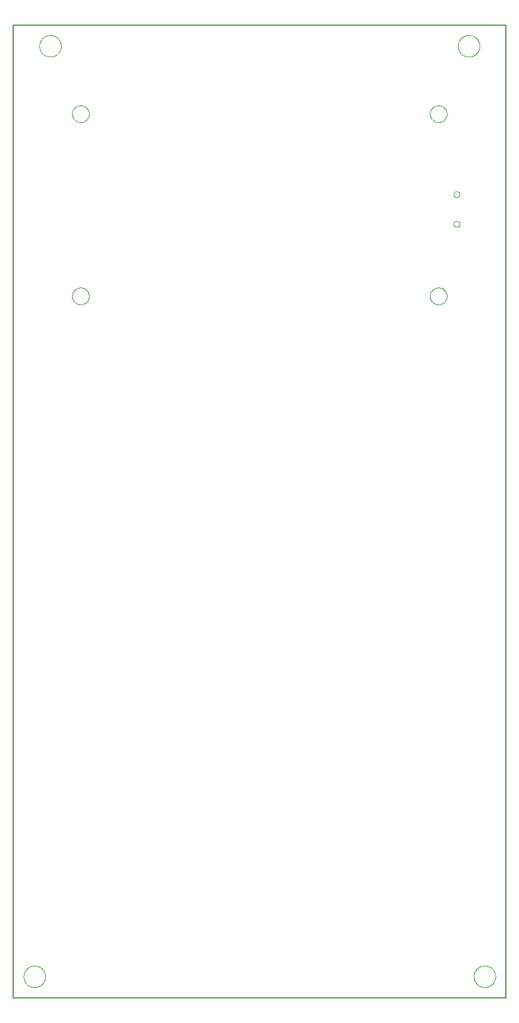
<source format=gko>
G75*
%MOIN*%
%OFA0B0*%
%FSLAX25Y25*%
%IPPOS*%
%LPD*%
%AMOC8*
5,1,8,0,0,1.08239X$1,22.5*
%
%ADD10C,0.00800*%
%ADD11C,0.00000*%
D10*
X0098178Y0001400D02*
X0098178Y0568900D01*
X0385678Y0568900D01*
X0385678Y0001400D01*
X0098178Y0001400D01*
D11*
X0104379Y0013900D02*
X0104381Y0014058D01*
X0104387Y0014216D01*
X0104397Y0014374D01*
X0104411Y0014532D01*
X0104429Y0014689D01*
X0104450Y0014846D01*
X0104476Y0015002D01*
X0104506Y0015158D01*
X0104539Y0015313D01*
X0104577Y0015466D01*
X0104618Y0015619D01*
X0104663Y0015771D01*
X0104712Y0015922D01*
X0104765Y0016071D01*
X0104821Y0016219D01*
X0104881Y0016365D01*
X0104945Y0016510D01*
X0105013Y0016653D01*
X0105084Y0016795D01*
X0105158Y0016935D01*
X0105236Y0017072D01*
X0105318Y0017208D01*
X0105402Y0017342D01*
X0105491Y0017473D01*
X0105582Y0017602D01*
X0105677Y0017729D01*
X0105774Y0017854D01*
X0105875Y0017976D01*
X0105979Y0018095D01*
X0106086Y0018212D01*
X0106196Y0018326D01*
X0106309Y0018437D01*
X0106424Y0018546D01*
X0106542Y0018651D01*
X0106663Y0018753D01*
X0106786Y0018853D01*
X0106912Y0018949D01*
X0107040Y0019042D01*
X0107170Y0019132D01*
X0107303Y0019218D01*
X0107438Y0019302D01*
X0107574Y0019381D01*
X0107713Y0019458D01*
X0107854Y0019530D01*
X0107996Y0019600D01*
X0108140Y0019665D01*
X0108286Y0019727D01*
X0108433Y0019785D01*
X0108582Y0019840D01*
X0108732Y0019891D01*
X0108883Y0019938D01*
X0109035Y0019981D01*
X0109188Y0020020D01*
X0109343Y0020056D01*
X0109498Y0020087D01*
X0109654Y0020115D01*
X0109810Y0020139D01*
X0109967Y0020159D01*
X0110125Y0020175D01*
X0110282Y0020187D01*
X0110441Y0020195D01*
X0110599Y0020199D01*
X0110757Y0020199D01*
X0110915Y0020195D01*
X0111074Y0020187D01*
X0111231Y0020175D01*
X0111389Y0020159D01*
X0111546Y0020139D01*
X0111702Y0020115D01*
X0111858Y0020087D01*
X0112013Y0020056D01*
X0112168Y0020020D01*
X0112321Y0019981D01*
X0112473Y0019938D01*
X0112624Y0019891D01*
X0112774Y0019840D01*
X0112923Y0019785D01*
X0113070Y0019727D01*
X0113216Y0019665D01*
X0113360Y0019600D01*
X0113502Y0019530D01*
X0113643Y0019458D01*
X0113782Y0019381D01*
X0113918Y0019302D01*
X0114053Y0019218D01*
X0114186Y0019132D01*
X0114316Y0019042D01*
X0114444Y0018949D01*
X0114570Y0018853D01*
X0114693Y0018753D01*
X0114814Y0018651D01*
X0114932Y0018546D01*
X0115047Y0018437D01*
X0115160Y0018326D01*
X0115270Y0018212D01*
X0115377Y0018095D01*
X0115481Y0017976D01*
X0115582Y0017854D01*
X0115679Y0017729D01*
X0115774Y0017602D01*
X0115865Y0017473D01*
X0115954Y0017342D01*
X0116038Y0017208D01*
X0116120Y0017072D01*
X0116198Y0016935D01*
X0116272Y0016795D01*
X0116343Y0016653D01*
X0116411Y0016510D01*
X0116475Y0016365D01*
X0116535Y0016219D01*
X0116591Y0016071D01*
X0116644Y0015922D01*
X0116693Y0015771D01*
X0116738Y0015619D01*
X0116779Y0015466D01*
X0116817Y0015313D01*
X0116850Y0015158D01*
X0116880Y0015002D01*
X0116906Y0014846D01*
X0116927Y0014689D01*
X0116945Y0014532D01*
X0116959Y0014374D01*
X0116969Y0014216D01*
X0116975Y0014058D01*
X0116977Y0013900D01*
X0116975Y0013742D01*
X0116969Y0013584D01*
X0116959Y0013426D01*
X0116945Y0013268D01*
X0116927Y0013111D01*
X0116906Y0012954D01*
X0116880Y0012798D01*
X0116850Y0012642D01*
X0116817Y0012487D01*
X0116779Y0012334D01*
X0116738Y0012181D01*
X0116693Y0012029D01*
X0116644Y0011878D01*
X0116591Y0011729D01*
X0116535Y0011581D01*
X0116475Y0011435D01*
X0116411Y0011290D01*
X0116343Y0011147D01*
X0116272Y0011005D01*
X0116198Y0010865D01*
X0116120Y0010728D01*
X0116038Y0010592D01*
X0115954Y0010458D01*
X0115865Y0010327D01*
X0115774Y0010198D01*
X0115679Y0010071D01*
X0115582Y0009946D01*
X0115481Y0009824D01*
X0115377Y0009705D01*
X0115270Y0009588D01*
X0115160Y0009474D01*
X0115047Y0009363D01*
X0114932Y0009254D01*
X0114814Y0009149D01*
X0114693Y0009047D01*
X0114570Y0008947D01*
X0114444Y0008851D01*
X0114316Y0008758D01*
X0114186Y0008668D01*
X0114053Y0008582D01*
X0113918Y0008498D01*
X0113782Y0008419D01*
X0113643Y0008342D01*
X0113502Y0008270D01*
X0113360Y0008200D01*
X0113216Y0008135D01*
X0113070Y0008073D01*
X0112923Y0008015D01*
X0112774Y0007960D01*
X0112624Y0007909D01*
X0112473Y0007862D01*
X0112321Y0007819D01*
X0112168Y0007780D01*
X0112013Y0007744D01*
X0111858Y0007713D01*
X0111702Y0007685D01*
X0111546Y0007661D01*
X0111389Y0007641D01*
X0111231Y0007625D01*
X0111074Y0007613D01*
X0110915Y0007605D01*
X0110757Y0007601D01*
X0110599Y0007601D01*
X0110441Y0007605D01*
X0110282Y0007613D01*
X0110125Y0007625D01*
X0109967Y0007641D01*
X0109810Y0007661D01*
X0109654Y0007685D01*
X0109498Y0007713D01*
X0109343Y0007744D01*
X0109188Y0007780D01*
X0109035Y0007819D01*
X0108883Y0007862D01*
X0108732Y0007909D01*
X0108582Y0007960D01*
X0108433Y0008015D01*
X0108286Y0008073D01*
X0108140Y0008135D01*
X0107996Y0008200D01*
X0107854Y0008270D01*
X0107713Y0008342D01*
X0107574Y0008419D01*
X0107438Y0008498D01*
X0107303Y0008582D01*
X0107170Y0008668D01*
X0107040Y0008758D01*
X0106912Y0008851D01*
X0106786Y0008947D01*
X0106663Y0009047D01*
X0106542Y0009149D01*
X0106424Y0009254D01*
X0106309Y0009363D01*
X0106196Y0009474D01*
X0106086Y0009588D01*
X0105979Y0009705D01*
X0105875Y0009824D01*
X0105774Y0009946D01*
X0105677Y0010071D01*
X0105582Y0010198D01*
X0105491Y0010327D01*
X0105402Y0010458D01*
X0105318Y0010592D01*
X0105236Y0010728D01*
X0105158Y0010865D01*
X0105084Y0011005D01*
X0105013Y0011147D01*
X0104945Y0011290D01*
X0104881Y0011435D01*
X0104821Y0011581D01*
X0104765Y0011729D01*
X0104712Y0011878D01*
X0104663Y0012029D01*
X0104618Y0012181D01*
X0104577Y0012334D01*
X0104539Y0012487D01*
X0104506Y0012642D01*
X0104476Y0012798D01*
X0104450Y0012954D01*
X0104429Y0013111D01*
X0104411Y0013268D01*
X0104397Y0013426D01*
X0104387Y0013584D01*
X0104381Y0013742D01*
X0104379Y0013900D01*
X0132657Y0410750D02*
X0132659Y0410890D01*
X0132665Y0411030D01*
X0132675Y0411169D01*
X0132689Y0411308D01*
X0132707Y0411447D01*
X0132728Y0411585D01*
X0132754Y0411723D01*
X0132784Y0411860D01*
X0132817Y0411995D01*
X0132855Y0412130D01*
X0132896Y0412264D01*
X0132941Y0412397D01*
X0132989Y0412528D01*
X0133042Y0412657D01*
X0133098Y0412786D01*
X0133157Y0412912D01*
X0133221Y0413037D01*
X0133287Y0413160D01*
X0133358Y0413281D01*
X0133431Y0413400D01*
X0133508Y0413517D01*
X0133589Y0413631D01*
X0133672Y0413743D01*
X0133759Y0413853D01*
X0133849Y0413961D01*
X0133941Y0414065D01*
X0134037Y0414167D01*
X0134136Y0414267D01*
X0134237Y0414363D01*
X0134341Y0414457D01*
X0134448Y0414547D01*
X0134557Y0414634D01*
X0134669Y0414719D01*
X0134783Y0414800D01*
X0134899Y0414878D01*
X0135017Y0414952D01*
X0135138Y0415023D01*
X0135260Y0415091D01*
X0135385Y0415155D01*
X0135511Y0415216D01*
X0135638Y0415273D01*
X0135768Y0415326D01*
X0135899Y0415376D01*
X0136031Y0415421D01*
X0136164Y0415464D01*
X0136299Y0415502D01*
X0136434Y0415536D01*
X0136571Y0415567D01*
X0136708Y0415594D01*
X0136846Y0415616D01*
X0136985Y0415635D01*
X0137124Y0415650D01*
X0137263Y0415661D01*
X0137403Y0415668D01*
X0137543Y0415671D01*
X0137683Y0415670D01*
X0137823Y0415665D01*
X0137962Y0415656D01*
X0138102Y0415643D01*
X0138241Y0415626D01*
X0138379Y0415605D01*
X0138517Y0415581D01*
X0138654Y0415552D01*
X0138790Y0415520D01*
X0138925Y0415483D01*
X0139059Y0415443D01*
X0139192Y0415399D01*
X0139323Y0415351D01*
X0139453Y0415300D01*
X0139582Y0415245D01*
X0139709Y0415186D01*
X0139834Y0415123D01*
X0139957Y0415058D01*
X0140079Y0414988D01*
X0140198Y0414915D01*
X0140316Y0414839D01*
X0140431Y0414760D01*
X0140544Y0414677D01*
X0140654Y0414591D01*
X0140762Y0414502D01*
X0140867Y0414410D01*
X0140970Y0414315D01*
X0141070Y0414217D01*
X0141167Y0414117D01*
X0141261Y0414013D01*
X0141353Y0413907D01*
X0141441Y0413799D01*
X0141526Y0413688D01*
X0141608Y0413574D01*
X0141687Y0413458D01*
X0141762Y0413341D01*
X0141834Y0413221D01*
X0141902Y0413099D01*
X0141967Y0412975D01*
X0142029Y0412849D01*
X0142087Y0412722D01*
X0142141Y0412593D01*
X0142192Y0412462D01*
X0142238Y0412330D01*
X0142281Y0412197D01*
X0142321Y0412063D01*
X0142356Y0411928D01*
X0142388Y0411791D01*
X0142415Y0411654D01*
X0142439Y0411516D01*
X0142459Y0411378D01*
X0142475Y0411239D01*
X0142487Y0411099D01*
X0142495Y0410960D01*
X0142499Y0410820D01*
X0142499Y0410680D01*
X0142495Y0410540D01*
X0142487Y0410401D01*
X0142475Y0410261D01*
X0142459Y0410122D01*
X0142439Y0409984D01*
X0142415Y0409846D01*
X0142388Y0409709D01*
X0142356Y0409572D01*
X0142321Y0409437D01*
X0142281Y0409303D01*
X0142238Y0409170D01*
X0142192Y0409038D01*
X0142141Y0408907D01*
X0142087Y0408778D01*
X0142029Y0408651D01*
X0141967Y0408525D01*
X0141902Y0408401D01*
X0141834Y0408279D01*
X0141762Y0408159D01*
X0141687Y0408042D01*
X0141608Y0407926D01*
X0141526Y0407812D01*
X0141441Y0407701D01*
X0141353Y0407593D01*
X0141261Y0407487D01*
X0141167Y0407383D01*
X0141070Y0407283D01*
X0140970Y0407185D01*
X0140867Y0407090D01*
X0140762Y0406998D01*
X0140654Y0406909D01*
X0140544Y0406823D01*
X0140431Y0406740D01*
X0140316Y0406661D01*
X0140198Y0406585D01*
X0140079Y0406512D01*
X0139957Y0406442D01*
X0139834Y0406377D01*
X0139709Y0406314D01*
X0139582Y0406255D01*
X0139453Y0406200D01*
X0139323Y0406149D01*
X0139192Y0406101D01*
X0139059Y0406057D01*
X0138925Y0406017D01*
X0138790Y0405980D01*
X0138654Y0405948D01*
X0138517Y0405919D01*
X0138379Y0405895D01*
X0138241Y0405874D01*
X0138102Y0405857D01*
X0137962Y0405844D01*
X0137823Y0405835D01*
X0137683Y0405830D01*
X0137543Y0405829D01*
X0137403Y0405832D01*
X0137263Y0405839D01*
X0137124Y0405850D01*
X0136985Y0405865D01*
X0136846Y0405884D01*
X0136708Y0405906D01*
X0136571Y0405933D01*
X0136434Y0405964D01*
X0136299Y0405998D01*
X0136164Y0406036D01*
X0136031Y0406079D01*
X0135899Y0406124D01*
X0135768Y0406174D01*
X0135638Y0406227D01*
X0135511Y0406284D01*
X0135385Y0406345D01*
X0135260Y0406409D01*
X0135138Y0406477D01*
X0135017Y0406548D01*
X0134899Y0406622D01*
X0134783Y0406700D01*
X0134669Y0406781D01*
X0134557Y0406866D01*
X0134448Y0406953D01*
X0134341Y0407043D01*
X0134237Y0407137D01*
X0134136Y0407233D01*
X0134037Y0407333D01*
X0133941Y0407435D01*
X0133849Y0407539D01*
X0133759Y0407647D01*
X0133672Y0407757D01*
X0133589Y0407869D01*
X0133508Y0407983D01*
X0133431Y0408100D01*
X0133358Y0408219D01*
X0133287Y0408340D01*
X0133221Y0408463D01*
X0133157Y0408588D01*
X0133098Y0408714D01*
X0133042Y0408843D01*
X0132989Y0408972D01*
X0132941Y0409103D01*
X0132896Y0409236D01*
X0132855Y0409370D01*
X0132817Y0409505D01*
X0132784Y0409640D01*
X0132754Y0409777D01*
X0132728Y0409915D01*
X0132707Y0410053D01*
X0132689Y0410192D01*
X0132675Y0410331D01*
X0132665Y0410470D01*
X0132659Y0410610D01*
X0132657Y0410750D01*
X0132657Y0517050D02*
X0132659Y0517190D01*
X0132665Y0517330D01*
X0132675Y0517469D01*
X0132689Y0517608D01*
X0132707Y0517747D01*
X0132728Y0517885D01*
X0132754Y0518023D01*
X0132784Y0518160D01*
X0132817Y0518295D01*
X0132855Y0518430D01*
X0132896Y0518564D01*
X0132941Y0518697D01*
X0132989Y0518828D01*
X0133042Y0518957D01*
X0133098Y0519086D01*
X0133157Y0519212D01*
X0133221Y0519337D01*
X0133287Y0519460D01*
X0133358Y0519581D01*
X0133431Y0519700D01*
X0133508Y0519817D01*
X0133589Y0519931D01*
X0133672Y0520043D01*
X0133759Y0520153D01*
X0133849Y0520261D01*
X0133941Y0520365D01*
X0134037Y0520467D01*
X0134136Y0520567D01*
X0134237Y0520663D01*
X0134341Y0520757D01*
X0134448Y0520847D01*
X0134557Y0520934D01*
X0134669Y0521019D01*
X0134783Y0521100D01*
X0134899Y0521178D01*
X0135017Y0521252D01*
X0135138Y0521323D01*
X0135260Y0521391D01*
X0135385Y0521455D01*
X0135511Y0521516D01*
X0135638Y0521573D01*
X0135768Y0521626D01*
X0135899Y0521676D01*
X0136031Y0521721D01*
X0136164Y0521764D01*
X0136299Y0521802D01*
X0136434Y0521836D01*
X0136571Y0521867D01*
X0136708Y0521894D01*
X0136846Y0521916D01*
X0136985Y0521935D01*
X0137124Y0521950D01*
X0137263Y0521961D01*
X0137403Y0521968D01*
X0137543Y0521971D01*
X0137683Y0521970D01*
X0137823Y0521965D01*
X0137962Y0521956D01*
X0138102Y0521943D01*
X0138241Y0521926D01*
X0138379Y0521905D01*
X0138517Y0521881D01*
X0138654Y0521852D01*
X0138790Y0521820D01*
X0138925Y0521783D01*
X0139059Y0521743D01*
X0139192Y0521699D01*
X0139323Y0521651D01*
X0139453Y0521600D01*
X0139582Y0521545D01*
X0139709Y0521486D01*
X0139834Y0521423D01*
X0139957Y0521358D01*
X0140079Y0521288D01*
X0140198Y0521215D01*
X0140316Y0521139D01*
X0140431Y0521060D01*
X0140544Y0520977D01*
X0140654Y0520891D01*
X0140762Y0520802D01*
X0140867Y0520710D01*
X0140970Y0520615D01*
X0141070Y0520517D01*
X0141167Y0520417D01*
X0141261Y0520313D01*
X0141353Y0520207D01*
X0141441Y0520099D01*
X0141526Y0519988D01*
X0141608Y0519874D01*
X0141687Y0519758D01*
X0141762Y0519641D01*
X0141834Y0519521D01*
X0141902Y0519399D01*
X0141967Y0519275D01*
X0142029Y0519149D01*
X0142087Y0519022D01*
X0142141Y0518893D01*
X0142192Y0518762D01*
X0142238Y0518630D01*
X0142281Y0518497D01*
X0142321Y0518363D01*
X0142356Y0518228D01*
X0142388Y0518091D01*
X0142415Y0517954D01*
X0142439Y0517816D01*
X0142459Y0517678D01*
X0142475Y0517539D01*
X0142487Y0517399D01*
X0142495Y0517260D01*
X0142499Y0517120D01*
X0142499Y0516980D01*
X0142495Y0516840D01*
X0142487Y0516701D01*
X0142475Y0516561D01*
X0142459Y0516422D01*
X0142439Y0516284D01*
X0142415Y0516146D01*
X0142388Y0516009D01*
X0142356Y0515872D01*
X0142321Y0515737D01*
X0142281Y0515603D01*
X0142238Y0515470D01*
X0142192Y0515338D01*
X0142141Y0515207D01*
X0142087Y0515078D01*
X0142029Y0514951D01*
X0141967Y0514825D01*
X0141902Y0514701D01*
X0141834Y0514579D01*
X0141762Y0514459D01*
X0141687Y0514342D01*
X0141608Y0514226D01*
X0141526Y0514112D01*
X0141441Y0514001D01*
X0141353Y0513893D01*
X0141261Y0513787D01*
X0141167Y0513683D01*
X0141070Y0513583D01*
X0140970Y0513485D01*
X0140867Y0513390D01*
X0140762Y0513298D01*
X0140654Y0513209D01*
X0140544Y0513123D01*
X0140431Y0513040D01*
X0140316Y0512961D01*
X0140198Y0512885D01*
X0140079Y0512812D01*
X0139957Y0512742D01*
X0139834Y0512677D01*
X0139709Y0512614D01*
X0139582Y0512555D01*
X0139453Y0512500D01*
X0139323Y0512449D01*
X0139192Y0512401D01*
X0139059Y0512357D01*
X0138925Y0512317D01*
X0138790Y0512280D01*
X0138654Y0512248D01*
X0138517Y0512219D01*
X0138379Y0512195D01*
X0138241Y0512174D01*
X0138102Y0512157D01*
X0137962Y0512144D01*
X0137823Y0512135D01*
X0137683Y0512130D01*
X0137543Y0512129D01*
X0137403Y0512132D01*
X0137263Y0512139D01*
X0137124Y0512150D01*
X0136985Y0512165D01*
X0136846Y0512184D01*
X0136708Y0512206D01*
X0136571Y0512233D01*
X0136434Y0512264D01*
X0136299Y0512298D01*
X0136164Y0512336D01*
X0136031Y0512379D01*
X0135899Y0512424D01*
X0135768Y0512474D01*
X0135638Y0512527D01*
X0135511Y0512584D01*
X0135385Y0512645D01*
X0135260Y0512709D01*
X0135138Y0512777D01*
X0135017Y0512848D01*
X0134899Y0512922D01*
X0134783Y0513000D01*
X0134669Y0513081D01*
X0134557Y0513166D01*
X0134448Y0513253D01*
X0134341Y0513343D01*
X0134237Y0513437D01*
X0134136Y0513533D01*
X0134037Y0513633D01*
X0133941Y0513735D01*
X0133849Y0513839D01*
X0133759Y0513947D01*
X0133672Y0514057D01*
X0133589Y0514169D01*
X0133508Y0514283D01*
X0133431Y0514400D01*
X0133358Y0514519D01*
X0133287Y0514640D01*
X0133221Y0514763D01*
X0133157Y0514888D01*
X0133098Y0515014D01*
X0133042Y0515143D01*
X0132989Y0515272D01*
X0132941Y0515403D01*
X0132896Y0515536D01*
X0132855Y0515670D01*
X0132817Y0515805D01*
X0132784Y0515940D01*
X0132754Y0516077D01*
X0132728Y0516215D01*
X0132707Y0516353D01*
X0132689Y0516492D01*
X0132675Y0516631D01*
X0132665Y0516770D01*
X0132659Y0516910D01*
X0132657Y0517050D01*
X0113582Y0556646D02*
X0113584Y0556804D01*
X0113590Y0556962D01*
X0113600Y0557120D01*
X0113614Y0557278D01*
X0113632Y0557435D01*
X0113653Y0557592D01*
X0113679Y0557748D01*
X0113709Y0557904D01*
X0113742Y0558059D01*
X0113780Y0558212D01*
X0113821Y0558365D01*
X0113866Y0558517D01*
X0113915Y0558668D01*
X0113968Y0558817D01*
X0114024Y0558965D01*
X0114084Y0559111D01*
X0114148Y0559256D01*
X0114216Y0559399D01*
X0114287Y0559541D01*
X0114361Y0559681D01*
X0114439Y0559818D01*
X0114521Y0559954D01*
X0114605Y0560088D01*
X0114694Y0560219D01*
X0114785Y0560348D01*
X0114880Y0560475D01*
X0114977Y0560600D01*
X0115078Y0560722D01*
X0115182Y0560841D01*
X0115289Y0560958D01*
X0115399Y0561072D01*
X0115512Y0561183D01*
X0115627Y0561292D01*
X0115745Y0561397D01*
X0115866Y0561499D01*
X0115989Y0561599D01*
X0116115Y0561695D01*
X0116243Y0561788D01*
X0116373Y0561878D01*
X0116506Y0561964D01*
X0116641Y0562048D01*
X0116777Y0562127D01*
X0116916Y0562204D01*
X0117057Y0562276D01*
X0117199Y0562346D01*
X0117343Y0562411D01*
X0117489Y0562473D01*
X0117636Y0562531D01*
X0117785Y0562586D01*
X0117935Y0562637D01*
X0118086Y0562684D01*
X0118238Y0562727D01*
X0118391Y0562766D01*
X0118546Y0562802D01*
X0118701Y0562833D01*
X0118857Y0562861D01*
X0119013Y0562885D01*
X0119170Y0562905D01*
X0119328Y0562921D01*
X0119485Y0562933D01*
X0119644Y0562941D01*
X0119802Y0562945D01*
X0119960Y0562945D01*
X0120118Y0562941D01*
X0120277Y0562933D01*
X0120434Y0562921D01*
X0120592Y0562905D01*
X0120749Y0562885D01*
X0120905Y0562861D01*
X0121061Y0562833D01*
X0121216Y0562802D01*
X0121371Y0562766D01*
X0121524Y0562727D01*
X0121676Y0562684D01*
X0121827Y0562637D01*
X0121977Y0562586D01*
X0122126Y0562531D01*
X0122273Y0562473D01*
X0122419Y0562411D01*
X0122563Y0562346D01*
X0122705Y0562276D01*
X0122846Y0562204D01*
X0122985Y0562127D01*
X0123121Y0562048D01*
X0123256Y0561964D01*
X0123389Y0561878D01*
X0123519Y0561788D01*
X0123647Y0561695D01*
X0123773Y0561599D01*
X0123896Y0561499D01*
X0124017Y0561397D01*
X0124135Y0561292D01*
X0124250Y0561183D01*
X0124363Y0561072D01*
X0124473Y0560958D01*
X0124580Y0560841D01*
X0124684Y0560722D01*
X0124785Y0560600D01*
X0124882Y0560475D01*
X0124977Y0560348D01*
X0125068Y0560219D01*
X0125157Y0560088D01*
X0125241Y0559954D01*
X0125323Y0559818D01*
X0125401Y0559681D01*
X0125475Y0559541D01*
X0125546Y0559399D01*
X0125614Y0559256D01*
X0125678Y0559111D01*
X0125738Y0558965D01*
X0125794Y0558817D01*
X0125847Y0558668D01*
X0125896Y0558517D01*
X0125941Y0558365D01*
X0125982Y0558212D01*
X0126020Y0558059D01*
X0126053Y0557904D01*
X0126083Y0557748D01*
X0126109Y0557592D01*
X0126130Y0557435D01*
X0126148Y0557278D01*
X0126162Y0557120D01*
X0126172Y0556962D01*
X0126178Y0556804D01*
X0126180Y0556646D01*
X0126178Y0556488D01*
X0126172Y0556330D01*
X0126162Y0556172D01*
X0126148Y0556014D01*
X0126130Y0555857D01*
X0126109Y0555700D01*
X0126083Y0555544D01*
X0126053Y0555388D01*
X0126020Y0555233D01*
X0125982Y0555080D01*
X0125941Y0554927D01*
X0125896Y0554775D01*
X0125847Y0554624D01*
X0125794Y0554475D01*
X0125738Y0554327D01*
X0125678Y0554181D01*
X0125614Y0554036D01*
X0125546Y0553893D01*
X0125475Y0553751D01*
X0125401Y0553611D01*
X0125323Y0553474D01*
X0125241Y0553338D01*
X0125157Y0553204D01*
X0125068Y0553073D01*
X0124977Y0552944D01*
X0124882Y0552817D01*
X0124785Y0552692D01*
X0124684Y0552570D01*
X0124580Y0552451D01*
X0124473Y0552334D01*
X0124363Y0552220D01*
X0124250Y0552109D01*
X0124135Y0552000D01*
X0124017Y0551895D01*
X0123896Y0551793D01*
X0123773Y0551693D01*
X0123647Y0551597D01*
X0123519Y0551504D01*
X0123389Y0551414D01*
X0123256Y0551328D01*
X0123121Y0551244D01*
X0122985Y0551165D01*
X0122846Y0551088D01*
X0122705Y0551016D01*
X0122563Y0550946D01*
X0122419Y0550881D01*
X0122273Y0550819D01*
X0122126Y0550761D01*
X0121977Y0550706D01*
X0121827Y0550655D01*
X0121676Y0550608D01*
X0121524Y0550565D01*
X0121371Y0550526D01*
X0121216Y0550490D01*
X0121061Y0550459D01*
X0120905Y0550431D01*
X0120749Y0550407D01*
X0120592Y0550387D01*
X0120434Y0550371D01*
X0120277Y0550359D01*
X0120118Y0550351D01*
X0119960Y0550347D01*
X0119802Y0550347D01*
X0119644Y0550351D01*
X0119485Y0550359D01*
X0119328Y0550371D01*
X0119170Y0550387D01*
X0119013Y0550407D01*
X0118857Y0550431D01*
X0118701Y0550459D01*
X0118546Y0550490D01*
X0118391Y0550526D01*
X0118238Y0550565D01*
X0118086Y0550608D01*
X0117935Y0550655D01*
X0117785Y0550706D01*
X0117636Y0550761D01*
X0117489Y0550819D01*
X0117343Y0550881D01*
X0117199Y0550946D01*
X0117057Y0551016D01*
X0116916Y0551088D01*
X0116777Y0551165D01*
X0116641Y0551244D01*
X0116506Y0551328D01*
X0116373Y0551414D01*
X0116243Y0551504D01*
X0116115Y0551597D01*
X0115989Y0551693D01*
X0115866Y0551793D01*
X0115745Y0551895D01*
X0115627Y0552000D01*
X0115512Y0552109D01*
X0115399Y0552220D01*
X0115289Y0552334D01*
X0115182Y0552451D01*
X0115078Y0552570D01*
X0114977Y0552692D01*
X0114880Y0552817D01*
X0114785Y0552944D01*
X0114694Y0553073D01*
X0114605Y0553204D01*
X0114521Y0553338D01*
X0114439Y0553474D01*
X0114361Y0553611D01*
X0114287Y0553751D01*
X0114216Y0553893D01*
X0114148Y0554036D01*
X0114084Y0554181D01*
X0114024Y0554327D01*
X0113968Y0554475D01*
X0113915Y0554624D01*
X0113866Y0554775D01*
X0113821Y0554927D01*
X0113780Y0555080D01*
X0113742Y0555233D01*
X0113709Y0555388D01*
X0113679Y0555544D01*
X0113653Y0555700D01*
X0113632Y0555857D01*
X0113614Y0556014D01*
X0113600Y0556172D01*
X0113590Y0556330D01*
X0113584Y0556488D01*
X0113582Y0556646D01*
X0341318Y0517050D02*
X0341320Y0517190D01*
X0341326Y0517330D01*
X0341336Y0517469D01*
X0341350Y0517608D01*
X0341368Y0517747D01*
X0341389Y0517885D01*
X0341415Y0518023D01*
X0341445Y0518160D01*
X0341478Y0518295D01*
X0341516Y0518430D01*
X0341557Y0518564D01*
X0341602Y0518697D01*
X0341650Y0518828D01*
X0341703Y0518957D01*
X0341759Y0519086D01*
X0341818Y0519212D01*
X0341882Y0519337D01*
X0341948Y0519460D01*
X0342019Y0519581D01*
X0342092Y0519700D01*
X0342169Y0519817D01*
X0342250Y0519931D01*
X0342333Y0520043D01*
X0342420Y0520153D01*
X0342510Y0520261D01*
X0342602Y0520365D01*
X0342698Y0520467D01*
X0342797Y0520567D01*
X0342898Y0520663D01*
X0343002Y0520757D01*
X0343109Y0520847D01*
X0343218Y0520934D01*
X0343330Y0521019D01*
X0343444Y0521100D01*
X0343560Y0521178D01*
X0343678Y0521252D01*
X0343799Y0521323D01*
X0343921Y0521391D01*
X0344046Y0521455D01*
X0344172Y0521516D01*
X0344299Y0521573D01*
X0344429Y0521626D01*
X0344560Y0521676D01*
X0344692Y0521721D01*
X0344825Y0521764D01*
X0344960Y0521802D01*
X0345095Y0521836D01*
X0345232Y0521867D01*
X0345369Y0521894D01*
X0345507Y0521916D01*
X0345646Y0521935D01*
X0345785Y0521950D01*
X0345924Y0521961D01*
X0346064Y0521968D01*
X0346204Y0521971D01*
X0346344Y0521970D01*
X0346484Y0521965D01*
X0346623Y0521956D01*
X0346763Y0521943D01*
X0346902Y0521926D01*
X0347040Y0521905D01*
X0347178Y0521881D01*
X0347315Y0521852D01*
X0347451Y0521820D01*
X0347586Y0521783D01*
X0347720Y0521743D01*
X0347853Y0521699D01*
X0347984Y0521651D01*
X0348114Y0521600D01*
X0348243Y0521545D01*
X0348370Y0521486D01*
X0348495Y0521423D01*
X0348618Y0521358D01*
X0348740Y0521288D01*
X0348859Y0521215D01*
X0348977Y0521139D01*
X0349092Y0521060D01*
X0349205Y0520977D01*
X0349315Y0520891D01*
X0349423Y0520802D01*
X0349528Y0520710D01*
X0349631Y0520615D01*
X0349731Y0520517D01*
X0349828Y0520417D01*
X0349922Y0520313D01*
X0350014Y0520207D01*
X0350102Y0520099D01*
X0350187Y0519988D01*
X0350269Y0519874D01*
X0350348Y0519758D01*
X0350423Y0519641D01*
X0350495Y0519521D01*
X0350563Y0519399D01*
X0350628Y0519275D01*
X0350690Y0519149D01*
X0350748Y0519022D01*
X0350802Y0518893D01*
X0350853Y0518762D01*
X0350899Y0518630D01*
X0350942Y0518497D01*
X0350982Y0518363D01*
X0351017Y0518228D01*
X0351049Y0518091D01*
X0351076Y0517954D01*
X0351100Y0517816D01*
X0351120Y0517678D01*
X0351136Y0517539D01*
X0351148Y0517399D01*
X0351156Y0517260D01*
X0351160Y0517120D01*
X0351160Y0516980D01*
X0351156Y0516840D01*
X0351148Y0516701D01*
X0351136Y0516561D01*
X0351120Y0516422D01*
X0351100Y0516284D01*
X0351076Y0516146D01*
X0351049Y0516009D01*
X0351017Y0515872D01*
X0350982Y0515737D01*
X0350942Y0515603D01*
X0350899Y0515470D01*
X0350853Y0515338D01*
X0350802Y0515207D01*
X0350748Y0515078D01*
X0350690Y0514951D01*
X0350628Y0514825D01*
X0350563Y0514701D01*
X0350495Y0514579D01*
X0350423Y0514459D01*
X0350348Y0514342D01*
X0350269Y0514226D01*
X0350187Y0514112D01*
X0350102Y0514001D01*
X0350014Y0513893D01*
X0349922Y0513787D01*
X0349828Y0513683D01*
X0349731Y0513583D01*
X0349631Y0513485D01*
X0349528Y0513390D01*
X0349423Y0513298D01*
X0349315Y0513209D01*
X0349205Y0513123D01*
X0349092Y0513040D01*
X0348977Y0512961D01*
X0348859Y0512885D01*
X0348740Y0512812D01*
X0348618Y0512742D01*
X0348495Y0512677D01*
X0348370Y0512614D01*
X0348243Y0512555D01*
X0348114Y0512500D01*
X0347984Y0512449D01*
X0347853Y0512401D01*
X0347720Y0512357D01*
X0347586Y0512317D01*
X0347451Y0512280D01*
X0347315Y0512248D01*
X0347178Y0512219D01*
X0347040Y0512195D01*
X0346902Y0512174D01*
X0346763Y0512157D01*
X0346623Y0512144D01*
X0346484Y0512135D01*
X0346344Y0512130D01*
X0346204Y0512129D01*
X0346064Y0512132D01*
X0345924Y0512139D01*
X0345785Y0512150D01*
X0345646Y0512165D01*
X0345507Y0512184D01*
X0345369Y0512206D01*
X0345232Y0512233D01*
X0345095Y0512264D01*
X0344960Y0512298D01*
X0344825Y0512336D01*
X0344692Y0512379D01*
X0344560Y0512424D01*
X0344429Y0512474D01*
X0344299Y0512527D01*
X0344172Y0512584D01*
X0344046Y0512645D01*
X0343921Y0512709D01*
X0343799Y0512777D01*
X0343678Y0512848D01*
X0343560Y0512922D01*
X0343444Y0513000D01*
X0343330Y0513081D01*
X0343218Y0513166D01*
X0343109Y0513253D01*
X0343002Y0513343D01*
X0342898Y0513437D01*
X0342797Y0513533D01*
X0342698Y0513633D01*
X0342602Y0513735D01*
X0342510Y0513839D01*
X0342420Y0513947D01*
X0342333Y0514057D01*
X0342250Y0514169D01*
X0342169Y0514283D01*
X0342092Y0514400D01*
X0342019Y0514519D01*
X0341948Y0514640D01*
X0341882Y0514763D01*
X0341818Y0514888D01*
X0341759Y0515014D01*
X0341703Y0515143D01*
X0341650Y0515272D01*
X0341602Y0515403D01*
X0341557Y0515536D01*
X0341516Y0515670D01*
X0341478Y0515805D01*
X0341445Y0515940D01*
X0341415Y0516077D01*
X0341389Y0516215D01*
X0341368Y0516353D01*
X0341350Y0516492D01*
X0341336Y0516631D01*
X0341326Y0516770D01*
X0341320Y0516910D01*
X0341318Y0517050D01*
X0357677Y0556646D02*
X0357679Y0556804D01*
X0357685Y0556962D01*
X0357695Y0557120D01*
X0357709Y0557278D01*
X0357727Y0557435D01*
X0357748Y0557592D01*
X0357774Y0557748D01*
X0357804Y0557904D01*
X0357837Y0558059D01*
X0357875Y0558212D01*
X0357916Y0558365D01*
X0357961Y0558517D01*
X0358010Y0558668D01*
X0358063Y0558817D01*
X0358119Y0558965D01*
X0358179Y0559111D01*
X0358243Y0559256D01*
X0358311Y0559399D01*
X0358382Y0559541D01*
X0358456Y0559681D01*
X0358534Y0559818D01*
X0358616Y0559954D01*
X0358700Y0560088D01*
X0358789Y0560219D01*
X0358880Y0560348D01*
X0358975Y0560475D01*
X0359072Y0560600D01*
X0359173Y0560722D01*
X0359277Y0560841D01*
X0359384Y0560958D01*
X0359494Y0561072D01*
X0359607Y0561183D01*
X0359722Y0561292D01*
X0359840Y0561397D01*
X0359961Y0561499D01*
X0360084Y0561599D01*
X0360210Y0561695D01*
X0360338Y0561788D01*
X0360468Y0561878D01*
X0360601Y0561964D01*
X0360736Y0562048D01*
X0360872Y0562127D01*
X0361011Y0562204D01*
X0361152Y0562276D01*
X0361294Y0562346D01*
X0361438Y0562411D01*
X0361584Y0562473D01*
X0361731Y0562531D01*
X0361880Y0562586D01*
X0362030Y0562637D01*
X0362181Y0562684D01*
X0362333Y0562727D01*
X0362486Y0562766D01*
X0362641Y0562802D01*
X0362796Y0562833D01*
X0362952Y0562861D01*
X0363108Y0562885D01*
X0363265Y0562905D01*
X0363423Y0562921D01*
X0363580Y0562933D01*
X0363739Y0562941D01*
X0363897Y0562945D01*
X0364055Y0562945D01*
X0364213Y0562941D01*
X0364372Y0562933D01*
X0364529Y0562921D01*
X0364687Y0562905D01*
X0364844Y0562885D01*
X0365000Y0562861D01*
X0365156Y0562833D01*
X0365311Y0562802D01*
X0365466Y0562766D01*
X0365619Y0562727D01*
X0365771Y0562684D01*
X0365922Y0562637D01*
X0366072Y0562586D01*
X0366221Y0562531D01*
X0366368Y0562473D01*
X0366514Y0562411D01*
X0366658Y0562346D01*
X0366800Y0562276D01*
X0366941Y0562204D01*
X0367080Y0562127D01*
X0367216Y0562048D01*
X0367351Y0561964D01*
X0367484Y0561878D01*
X0367614Y0561788D01*
X0367742Y0561695D01*
X0367868Y0561599D01*
X0367991Y0561499D01*
X0368112Y0561397D01*
X0368230Y0561292D01*
X0368345Y0561183D01*
X0368458Y0561072D01*
X0368568Y0560958D01*
X0368675Y0560841D01*
X0368779Y0560722D01*
X0368880Y0560600D01*
X0368977Y0560475D01*
X0369072Y0560348D01*
X0369163Y0560219D01*
X0369252Y0560088D01*
X0369336Y0559954D01*
X0369418Y0559818D01*
X0369496Y0559681D01*
X0369570Y0559541D01*
X0369641Y0559399D01*
X0369709Y0559256D01*
X0369773Y0559111D01*
X0369833Y0558965D01*
X0369889Y0558817D01*
X0369942Y0558668D01*
X0369991Y0558517D01*
X0370036Y0558365D01*
X0370077Y0558212D01*
X0370115Y0558059D01*
X0370148Y0557904D01*
X0370178Y0557748D01*
X0370204Y0557592D01*
X0370225Y0557435D01*
X0370243Y0557278D01*
X0370257Y0557120D01*
X0370267Y0556962D01*
X0370273Y0556804D01*
X0370275Y0556646D01*
X0370273Y0556488D01*
X0370267Y0556330D01*
X0370257Y0556172D01*
X0370243Y0556014D01*
X0370225Y0555857D01*
X0370204Y0555700D01*
X0370178Y0555544D01*
X0370148Y0555388D01*
X0370115Y0555233D01*
X0370077Y0555080D01*
X0370036Y0554927D01*
X0369991Y0554775D01*
X0369942Y0554624D01*
X0369889Y0554475D01*
X0369833Y0554327D01*
X0369773Y0554181D01*
X0369709Y0554036D01*
X0369641Y0553893D01*
X0369570Y0553751D01*
X0369496Y0553611D01*
X0369418Y0553474D01*
X0369336Y0553338D01*
X0369252Y0553204D01*
X0369163Y0553073D01*
X0369072Y0552944D01*
X0368977Y0552817D01*
X0368880Y0552692D01*
X0368779Y0552570D01*
X0368675Y0552451D01*
X0368568Y0552334D01*
X0368458Y0552220D01*
X0368345Y0552109D01*
X0368230Y0552000D01*
X0368112Y0551895D01*
X0367991Y0551793D01*
X0367868Y0551693D01*
X0367742Y0551597D01*
X0367614Y0551504D01*
X0367484Y0551414D01*
X0367351Y0551328D01*
X0367216Y0551244D01*
X0367080Y0551165D01*
X0366941Y0551088D01*
X0366800Y0551016D01*
X0366658Y0550946D01*
X0366514Y0550881D01*
X0366368Y0550819D01*
X0366221Y0550761D01*
X0366072Y0550706D01*
X0365922Y0550655D01*
X0365771Y0550608D01*
X0365619Y0550565D01*
X0365466Y0550526D01*
X0365311Y0550490D01*
X0365156Y0550459D01*
X0365000Y0550431D01*
X0364844Y0550407D01*
X0364687Y0550387D01*
X0364529Y0550371D01*
X0364372Y0550359D01*
X0364213Y0550351D01*
X0364055Y0550347D01*
X0363897Y0550347D01*
X0363739Y0550351D01*
X0363580Y0550359D01*
X0363423Y0550371D01*
X0363265Y0550387D01*
X0363108Y0550407D01*
X0362952Y0550431D01*
X0362796Y0550459D01*
X0362641Y0550490D01*
X0362486Y0550526D01*
X0362333Y0550565D01*
X0362181Y0550608D01*
X0362030Y0550655D01*
X0361880Y0550706D01*
X0361731Y0550761D01*
X0361584Y0550819D01*
X0361438Y0550881D01*
X0361294Y0550946D01*
X0361152Y0551016D01*
X0361011Y0551088D01*
X0360872Y0551165D01*
X0360736Y0551244D01*
X0360601Y0551328D01*
X0360468Y0551414D01*
X0360338Y0551504D01*
X0360210Y0551597D01*
X0360084Y0551693D01*
X0359961Y0551793D01*
X0359840Y0551895D01*
X0359722Y0552000D01*
X0359607Y0552109D01*
X0359494Y0552220D01*
X0359384Y0552334D01*
X0359277Y0552451D01*
X0359173Y0552570D01*
X0359072Y0552692D01*
X0358975Y0552817D01*
X0358880Y0552944D01*
X0358789Y0553073D01*
X0358700Y0553204D01*
X0358616Y0553338D01*
X0358534Y0553474D01*
X0358456Y0553611D01*
X0358382Y0553751D01*
X0358311Y0553893D01*
X0358243Y0554036D01*
X0358179Y0554181D01*
X0358119Y0554327D01*
X0358063Y0554475D01*
X0358010Y0554624D01*
X0357961Y0554775D01*
X0357916Y0554927D01*
X0357875Y0555080D01*
X0357837Y0555233D01*
X0357804Y0555388D01*
X0357774Y0555544D01*
X0357748Y0555700D01*
X0357727Y0555857D01*
X0357709Y0556014D01*
X0357695Y0556172D01*
X0357685Y0556330D01*
X0357679Y0556488D01*
X0357677Y0556646D01*
X0355156Y0470061D02*
X0355158Y0470145D01*
X0355164Y0470228D01*
X0355174Y0470311D01*
X0355188Y0470394D01*
X0355205Y0470476D01*
X0355227Y0470557D01*
X0355252Y0470636D01*
X0355281Y0470715D01*
X0355314Y0470792D01*
X0355350Y0470867D01*
X0355390Y0470941D01*
X0355433Y0471013D01*
X0355480Y0471082D01*
X0355530Y0471149D01*
X0355583Y0471214D01*
X0355639Y0471276D01*
X0355697Y0471336D01*
X0355759Y0471393D01*
X0355823Y0471446D01*
X0355890Y0471497D01*
X0355959Y0471544D01*
X0356030Y0471589D01*
X0356103Y0471629D01*
X0356178Y0471666D01*
X0356255Y0471700D01*
X0356333Y0471730D01*
X0356412Y0471756D01*
X0356493Y0471779D01*
X0356575Y0471797D01*
X0356657Y0471812D01*
X0356740Y0471823D01*
X0356823Y0471830D01*
X0356907Y0471833D01*
X0356991Y0471832D01*
X0357074Y0471827D01*
X0357158Y0471818D01*
X0357240Y0471805D01*
X0357322Y0471789D01*
X0357403Y0471768D01*
X0357484Y0471744D01*
X0357562Y0471716D01*
X0357640Y0471684D01*
X0357716Y0471648D01*
X0357790Y0471609D01*
X0357862Y0471567D01*
X0357932Y0471521D01*
X0358000Y0471472D01*
X0358065Y0471420D01*
X0358128Y0471365D01*
X0358188Y0471307D01*
X0358246Y0471246D01*
X0358300Y0471182D01*
X0358352Y0471116D01*
X0358400Y0471048D01*
X0358445Y0470977D01*
X0358486Y0470904D01*
X0358525Y0470830D01*
X0358559Y0470754D01*
X0358590Y0470676D01*
X0358617Y0470597D01*
X0358641Y0470516D01*
X0358660Y0470435D01*
X0358676Y0470353D01*
X0358688Y0470270D01*
X0358696Y0470186D01*
X0358700Y0470103D01*
X0358700Y0470019D01*
X0358696Y0469936D01*
X0358688Y0469852D01*
X0358676Y0469769D01*
X0358660Y0469687D01*
X0358641Y0469606D01*
X0358617Y0469525D01*
X0358590Y0469446D01*
X0358559Y0469368D01*
X0358525Y0469292D01*
X0358486Y0469218D01*
X0358445Y0469145D01*
X0358400Y0469074D01*
X0358352Y0469006D01*
X0358300Y0468940D01*
X0358246Y0468876D01*
X0358188Y0468815D01*
X0358128Y0468757D01*
X0358065Y0468702D01*
X0358000Y0468650D01*
X0357932Y0468601D01*
X0357862Y0468555D01*
X0357790Y0468513D01*
X0357716Y0468474D01*
X0357640Y0468438D01*
X0357562Y0468406D01*
X0357484Y0468378D01*
X0357403Y0468354D01*
X0357322Y0468333D01*
X0357240Y0468317D01*
X0357158Y0468304D01*
X0357074Y0468295D01*
X0356991Y0468290D01*
X0356907Y0468289D01*
X0356823Y0468292D01*
X0356740Y0468299D01*
X0356657Y0468310D01*
X0356575Y0468325D01*
X0356493Y0468343D01*
X0356412Y0468366D01*
X0356333Y0468392D01*
X0356255Y0468422D01*
X0356178Y0468456D01*
X0356103Y0468493D01*
X0356030Y0468533D01*
X0355959Y0468578D01*
X0355890Y0468625D01*
X0355823Y0468676D01*
X0355759Y0468729D01*
X0355697Y0468786D01*
X0355639Y0468846D01*
X0355583Y0468908D01*
X0355530Y0468973D01*
X0355480Y0469040D01*
X0355433Y0469109D01*
X0355390Y0469181D01*
X0355350Y0469255D01*
X0355314Y0469330D01*
X0355281Y0469407D01*
X0355252Y0469486D01*
X0355227Y0469565D01*
X0355205Y0469646D01*
X0355188Y0469728D01*
X0355174Y0469811D01*
X0355164Y0469894D01*
X0355158Y0469977D01*
X0355156Y0470061D01*
X0355156Y0452739D02*
X0355158Y0452823D01*
X0355164Y0452906D01*
X0355174Y0452989D01*
X0355188Y0453072D01*
X0355205Y0453154D01*
X0355227Y0453235D01*
X0355252Y0453314D01*
X0355281Y0453393D01*
X0355314Y0453470D01*
X0355350Y0453545D01*
X0355390Y0453619D01*
X0355433Y0453691D01*
X0355480Y0453760D01*
X0355530Y0453827D01*
X0355583Y0453892D01*
X0355639Y0453954D01*
X0355697Y0454014D01*
X0355759Y0454071D01*
X0355823Y0454124D01*
X0355890Y0454175D01*
X0355959Y0454222D01*
X0356030Y0454267D01*
X0356103Y0454307D01*
X0356178Y0454344D01*
X0356255Y0454378D01*
X0356333Y0454408D01*
X0356412Y0454434D01*
X0356493Y0454457D01*
X0356575Y0454475D01*
X0356657Y0454490D01*
X0356740Y0454501D01*
X0356823Y0454508D01*
X0356907Y0454511D01*
X0356991Y0454510D01*
X0357074Y0454505D01*
X0357158Y0454496D01*
X0357240Y0454483D01*
X0357322Y0454467D01*
X0357403Y0454446D01*
X0357484Y0454422D01*
X0357562Y0454394D01*
X0357640Y0454362D01*
X0357716Y0454326D01*
X0357790Y0454287D01*
X0357862Y0454245D01*
X0357932Y0454199D01*
X0358000Y0454150D01*
X0358065Y0454098D01*
X0358128Y0454043D01*
X0358188Y0453985D01*
X0358246Y0453924D01*
X0358300Y0453860D01*
X0358352Y0453794D01*
X0358400Y0453726D01*
X0358445Y0453655D01*
X0358486Y0453582D01*
X0358525Y0453508D01*
X0358559Y0453432D01*
X0358590Y0453354D01*
X0358617Y0453275D01*
X0358641Y0453194D01*
X0358660Y0453113D01*
X0358676Y0453031D01*
X0358688Y0452948D01*
X0358696Y0452864D01*
X0358700Y0452781D01*
X0358700Y0452697D01*
X0358696Y0452614D01*
X0358688Y0452530D01*
X0358676Y0452447D01*
X0358660Y0452365D01*
X0358641Y0452284D01*
X0358617Y0452203D01*
X0358590Y0452124D01*
X0358559Y0452046D01*
X0358525Y0451970D01*
X0358486Y0451896D01*
X0358445Y0451823D01*
X0358400Y0451752D01*
X0358352Y0451684D01*
X0358300Y0451618D01*
X0358246Y0451554D01*
X0358188Y0451493D01*
X0358128Y0451435D01*
X0358065Y0451380D01*
X0358000Y0451328D01*
X0357932Y0451279D01*
X0357862Y0451233D01*
X0357790Y0451191D01*
X0357716Y0451152D01*
X0357640Y0451116D01*
X0357562Y0451084D01*
X0357484Y0451056D01*
X0357403Y0451032D01*
X0357322Y0451011D01*
X0357240Y0450995D01*
X0357158Y0450982D01*
X0357074Y0450973D01*
X0356991Y0450968D01*
X0356907Y0450967D01*
X0356823Y0450970D01*
X0356740Y0450977D01*
X0356657Y0450988D01*
X0356575Y0451003D01*
X0356493Y0451021D01*
X0356412Y0451044D01*
X0356333Y0451070D01*
X0356255Y0451100D01*
X0356178Y0451134D01*
X0356103Y0451171D01*
X0356030Y0451211D01*
X0355959Y0451256D01*
X0355890Y0451303D01*
X0355823Y0451354D01*
X0355759Y0451407D01*
X0355697Y0451464D01*
X0355639Y0451524D01*
X0355583Y0451586D01*
X0355530Y0451651D01*
X0355480Y0451718D01*
X0355433Y0451787D01*
X0355390Y0451859D01*
X0355350Y0451933D01*
X0355314Y0452008D01*
X0355281Y0452085D01*
X0355252Y0452164D01*
X0355227Y0452243D01*
X0355205Y0452324D01*
X0355188Y0452406D01*
X0355174Y0452489D01*
X0355164Y0452572D01*
X0355158Y0452655D01*
X0355156Y0452739D01*
X0341318Y0410750D02*
X0341320Y0410890D01*
X0341326Y0411030D01*
X0341336Y0411169D01*
X0341350Y0411308D01*
X0341368Y0411447D01*
X0341389Y0411585D01*
X0341415Y0411723D01*
X0341445Y0411860D01*
X0341478Y0411995D01*
X0341516Y0412130D01*
X0341557Y0412264D01*
X0341602Y0412397D01*
X0341650Y0412528D01*
X0341703Y0412657D01*
X0341759Y0412786D01*
X0341818Y0412912D01*
X0341882Y0413037D01*
X0341948Y0413160D01*
X0342019Y0413281D01*
X0342092Y0413400D01*
X0342169Y0413517D01*
X0342250Y0413631D01*
X0342333Y0413743D01*
X0342420Y0413853D01*
X0342510Y0413961D01*
X0342602Y0414065D01*
X0342698Y0414167D01*
X0342797Y0414267D01*
X0342898Y0414363D01*
X0343002Y0414457D01*
X0343109Y0414547D01*
X0343218Y0414634D01*
X0343330Y0414719D01*
X0343444Y0414800D01*
X0343560Y0414878D01*
X0343678Y0414952D01*
X0343799Y0415023D01*
X0343921Y0415091D01*
X0344046Y0415155D01*
X0344172Y0415216D01*
X0344299Y0415273D01*
X0344429Y0415326D01*
X0344560Y0415376D01*
X0344692Y0415421D01*
X0344825Y0415464D01*
X0344960Y0415502D01*
X0345095Y0415536D01*
X0345232Y0415567D01*
X0345369Y0415594D01*
X0345507Y0415616D01*
X0345646Y0415635D01*
X0345785Y0415650D01*
X0345924Y0415661D01*
X0346064Y0415668D01*
X0346204Y0415671D01*
X0346344Y0415670D01*
X0346484Y0415665D01*
X0346623Y0415656D01*
X0346763Y0415643D01*
X0346902Y0415626D01*
X0347040Y0415605D01*
X0347178Y0415581D01*
X0347315Y0415552D01*
X0347451Y0415520D01*
X0347586Y0415483D01*
X0347720Y0415443D01*
X0347853Y0415399D01*
X0347984Y0415351D01*
X0348114Y0415300D01*
X0348243Y0415245D01*
X0348370Y0415186D01*
X0348495Y0415123D01*
X0348618Y0415058D01*
X0348740Y0414988D01*
X0348859Y0414915D01*
X0348977Y0414839D01*
X0349092Y0414760D01*
X0349205Y0414677D01*
X0349315Y0414591D01*
X0349423Y0414502D01*
X0349528Y0414410D01*
X0349631Y0414315D01*
X0349731Y0414217D01*
X0349828Y0414117D01*
X0349922Y0414013D01*
X0350014Y0413907D01*
X0350102Y0413799D01*
X0350187Y0413688D01*
X0350269Y0413574D01*
X0350348Y0413458D01*
X0350423Y0413341D01*
X0350495Y0413221D01*
X0350563Y0413099D01*
X0350628Y0412975D01*
X0350690Y0412849D01*
X0350748Y0412722D01*
X0350802Y0412593D01*
X0350853Y0412462D01*
X0350899Y0412330D01*
X0350942Y0412197D01*
X0350982Y0412063D01*
X0351017Y0411928D01*
X0351049Y0411791D01*
X0351076Y0411654D01*
X0351100Y0411516D01*
X0351120Y0411378D01*
X0351136Y0411239D01*
X0351148Y0411099D01*
X0351156Y0410960D01*
X0351160Y0410820D01*
X0351160Y0410680D01*
X0351156Y0410540D01*
X0351148Y0410401D01*
X0351136Y0410261D01*
X0351120Y0410122D01*
X0351100Y0409984D01*
X0351076Y0409846D01*
X0351049Y0409709D01*
X0351017Y0409572D01*
X0350982Y0409437D01*
X0350942Y0409303D01*
X0350899Y0409170D01*
X0350853Y0409038D01*
X0350802Y0408907D01*
X0350748Y0408778D01*
X0350690Y0408651D01*
X0350628Y0408525D01*
X0350563Y0408401D01*
X0350495Y0408279D01*
X0350423Y0408159D01*
X0350348Y0408042D01*
X0350269Y0407926D01*
X0350187Y0407812D01*
X0350102Y0407701D01*
X0350014Y0407593D01*
X0349922Y0407487D01*
X0349828Y0407383D01*
X0349731Y0407283D01*
X0349631Y0407185D01*
X0349528Y0407090D01*
X0349423Y0406998D01*
X0349315Y0406909D01*
X0349205Y0406823D01*
X0349092Y0406740D01*
X0348977Y0406661D01*
X0348859Y0406585D01*
X0348740Y0406512D01*
X0348618Y0406442D01*
X0348495Y0406377D01*
X0348370Y0406314D01*
X0348243Y0406255D01*
X0348114Y0406200D01*
X0347984Y0406149D01*
X0347853Y0406101D01*
X0347720Y0406057D01*
X0347586Y0406017D01*
X0347451Y0405980D01*
X0347315Y0405948D01*
X0347178Y0405919D01*
X0347040Y0405895D01*
X0346902Y0405874D01*
X0346763Y0405857D01*
X0346623Y0405844D01*
X0346484Y0405835D01*
X0346344Y0405830D01*
X0346204Y0405829D01*
X0346064Y0405832D01*
X0345924Y0405839D01*
X0345785Y0405850D01*
X0345646Y0405865D01*
X0345507Y0405884D01*
X0345369Y0405906D01*
X0345232Y0405933D01*
X0345095Y0405964D01*
X0344960Y0405998D01*
X0344825Y0406036D01*
X0344692Y0406079D01*
X0344560Y0406124D01*
X0344429Y0406174D01*
X0344299Y0406227D01*
X0344172Y0406284D01*
X0344046Y0406345D01*
X0343921Y0406409D01*
X0343799Y0406477D01*
X0343678Y0406548D01*
X0343560Y0406622D01*
X0343444Y0406700D01*
X0343330Y0406781D01*
X0343218Y0406866D01*
X0343109Y0406953D01*
X0343002Y0407043D01*
X0342898Y0407137D01*
X0342797Y0407233D01*
X0342698Y0407333D01*
X0342602Y0407435D01*
X0342510Y0407539D01*
X0342420Y0407647D01*
X0342333Y0407757D01*
X0342250Y0407869D01*
X0342169Y0407983D01*
X0342092Y0408100D01*
X0342019Y0408219D01*
X0341948Y0408340D01*
X0341882Y0408463D01*
X0341818Y0408588D01*
X0341759Y0408714D01*
X0341703Y0408843D01*
X0341650Y0408972D01*
X0341602Y0409103D01*
X0341557Y0409236D01*
X0341516Y0409370D01*
X0341478Y0409505D01*
X0341445Y0409640D01*
X0341415Y0409777D01*
X0341389Y0409915D01*
X0341368Y0410053D01*
X0341350Y0410192D01*
X0341336Y0410331D01*
X0341326Y0410470D01*
X0341320Y0410610D01*
X0341318Y0410750D01*
X0366879Y0013900D02*
X0366881Y0014058D01*
X0366887Y0014216D01*
X0366897Y0014374D01*
X0366911Y0014532D01*
X0366929Y0014689D01*
X0366950Y0014846D01*
X0366976Y0015002D01*
X0367006Y0015158D01*
X0367039Y0015313D01*
X0367077Y0015466D01*
X0367118Y0015619D01*
X0367163Y0015771D01*
X0367212Y0015922D01*
X0367265Y0016071D01*
X0367321Y0016219D01*
X0367381Y0016365D01*
X0367445Y0016510D01*
X0367513Y0016653D01*
X0367584Y0016795D01*
X0367658Y0016935D01*
X0367736Y0017072D01*
X0367818Y0017208D01*
X0367902Y0017342D01*
X0367991Y0017473D01*
X0368082Y0017602D01*
X0368177Y0017729D01*
X0368274Y0017854D01*
X0368375Y0017976D01*
X0368479Y0018095D01*
X0368586Y0018212D01*
X0368696Y0018326D01*
X0368809Y0018437D01*
X0368924Y0018546D01*
X0369042Y0018651D01*
X0369163Y0018753D01*
X0369286Y0018853D01*
X0369412Y0018949D01*
X0369540Y0019042D01*
X0369670Y0019132D01*
X0369803Y0019218D01*
X0369938Y0019302D01*
X0370074Y0019381D01*
X0370213Y0019458D01*
X0370354Y0019530D01*
X0370496Y0019600D01*
X0370640Y0019665D01*
X0370786Y0019727D01*
X0370933Y0019785D01*
X0371082Y0019840D01*
X0371232Y0019891D01*
X0371383Y0019938D01*
X0371535Y0019981D01*
X0371688Y0020020D01*
X0371843Y0020056D01*
X0371998Y0020087D01*
X0372154Y0020115D01*
X0372310Y0020139D01*
X0372467Y0020159D01*
X0372625Y0020175D01*
X0372782Y0020187D01*
X0372941Y0020195D01*
X0373099Y0020199D01*
X0373257Y0020199D01*
X0373415Y0020195D01*
X0373574Y0020187D01*
X0373731Y0020175D01*
X0373889Y0020159D01*
X0374046Y0020139D01*
X0374202Y0020115D01*
X0374358Y0020087D01*
X0374513Y0020056D01*
X0374668Y0020020D01*
X0374821Y0019981D01*
X0374973Y0019938D01*
X0375124Y0019891D01*
X0375274Y0019840D01*
X0375423Y0019785D01*
X0375570Y0019727D01*
X0375716Y0019665D01*
X0375860Y0019600D01*
X0376002Y0019530D01*
X0376143Y0019458D01*
X0376282Y0019381D01*
X0376418Y0019302D01*
X0376553Y0019218D01*
X0376686Y0019132D01*
X0376816Y0019042D01*
X0376944Y0018949D01*
X0377070Y0018853D01*
X0377193Y0018753D01*
X0377314Y0018651D01*
X0377432Y0018546D01*
X0377547Y0018437D01*
X0377660Y0018326D01*
X0377770Y0018212D01*
X0377877Y0018095D01*
X0377981Y0017976D01*
X0378082Y0017854D01*
X0378179Y0017729D01*
X0378274Y0017602D01*
X0378365Y0017473D01*
X0378454Y0017342D01*
X0378538Y0017208D01*
X0378620Y0017072D01*
X0378698Y0016935D01*
X0378772Y0016795D01*
X0378843Y0016653D01*
X0378911Y0016510D01*
X0378975Y0016365D01*
X0379035Y0016219D01*
X0379091Y0016071D01*
X0379144Y0015922D01*
X0379193Y0015771D01*
X0379238Y0015619D01*
X0379279Y0015466D01*
X0379317Y0015313D01*
X0379350Y0015158D01*
X0379380Y0015002D01*
X0379406Y0014846D01*
X0379427Y0014689D01*
X0379445Y0014532D01*
X0379459Y0014374D01*
X0379469Y0014216D01*
X0379475Y0014058D01*
X0379477Y0013900D01*
X0379475Y0013742D01*
X0379469Y0013584D01*
X0379459Y0013426D01*
X0379445Y0013268D01*
X0379427Y0013111D01*
X0379406Y0012954D01*
X0379380Y0012798D01*
X0379350Y0012642D01*
X0379317Y0012487D01*
X0379279Y0012334D01*
X0379238Y0012181D01*
X0379193Y0012029D01*
X0379144Y0011878D01*
X0379091Y0011729D01*
X0379035Y0011581D01*
X0378975Y0011435D01*
X0378911Y0011290D01*
X0378843Y0011147D01*
X0378772Y0011005D01*
X0378698Y0010865D01*
X0378620Y0010728D01*
X0378538Y0010592D01*
X0378454Y0010458D01*
X0378365Y0010327D01*
X0378274Y0010198D01*
X0378179Y0010071D01*
X0378082Y0009946D01*
X0377981Y0009824D01*
X0377877Y0009705D01*
X0377770Y0009588D01*
X0377660Y0009474D01*
X0377547Y0009363D01*
X0377432Y0009254D01*
X0377314Y0009149D01*
X0377193Y0009047D01*
X0377070Y0008947D01*
X0376944Y0008851D01*
X0376816Y0008758D01*
X0376686Y0008668D01*
X0376553Y0008582D01*
X0376418Y0008498D01*
X0376282Y0008419D01*
X0376143Y0008342D01*
X0376002Y0008270D01*
X0375860Y0008200D01*
X0375716Y0008135D01*
X0375570Y0008073D01*
X0375423Y0008015D01*
X0375274Y0007960D01*
X0375124Y0007909D01*
X0374973Y0007862D01*
X0374821Y0007819D01*
X0374668Y0007780D01*
X0374513Y0007744D01*
X0374358Y0007713D01*
X0374202Y0007685D01*
X0374046Y0007661D01*
X0373889Y0007641D01*
X0373731Y0007625D01*
X0373574Y0007613D01*
X0373415Y0007605D01*
X0373257Y0007601D01*
X0373099Y0007601D01*
X0372941Y0007605D01*
X0372782Y0007613D01*
X0372625Y0007625D01*
X0372467Y0007641D01*
X0372310Y0007661D01*
X0372154Y0007685D01*
X0371998Y0007713D01*
X0371843Y0007744D01*
X0371688Y0007780D01*
X0371535Y0007819D01*
X0371383Y0007862D01*
X0371232Y0007909D01*
X0371082Y0007960D01*
X0370933Y0008015D01*
X0370786Y0008073D01*
X0370640Y0008135D01*
X0370496Y0008200D01*
X0370354Y0008270D01*
X0370213Y0008342D01*
X0370074Y0008419D01*
X0369938Y0008498D01*
X0369803Y0008582D01*
X0369670Y0008668D01*
X0369540Y0008758D01*
X0369412Y0008851D01*
X0369286Y0008947D01*
X0369163Y0009047D01*
X0369042Y0009149D01*
X0368924Y0009254D01*
X0368809Y0009363D01*
X0368696Y0009474D01*
X0368586Y0009588D01*
X0368479Y0009705D01*
X0368375Y0009824D01*
X0368274Y0009946D01*
X0368177Y0010071D01*
X0368082Y0010198D01*
X0367991Y0010327D01*
X0367902Y0010458D01*
X0367818Y0010592D01*
X0367736Y0010728D01*
X0367658Y0010865D01*
X0367584Y0011005D01*
X0367513Y0011147D01*
X0367445Y0011290D01*
X0367381Y0011435D01*
X0367321Y0011581D01*
X0367265Y0011729D01*
X0367212Y0011878D01*
X0367163Y0012029D01*
X0367118Y0012181D01*
X0367077Y0012334D01*
X0367039Y0012487D01*
X0367006Y0012642D01*
X0366976Y0012798D01*
X0366950Y0012954D01*
X0366929Y0013111D01*
X0366911Y0013268D01*
X0366897Y0013426D01*
X0366887Y0013584D01*
X0366881Y0013742D01*
X0366879Y0013900D01*
M02*

</source>
